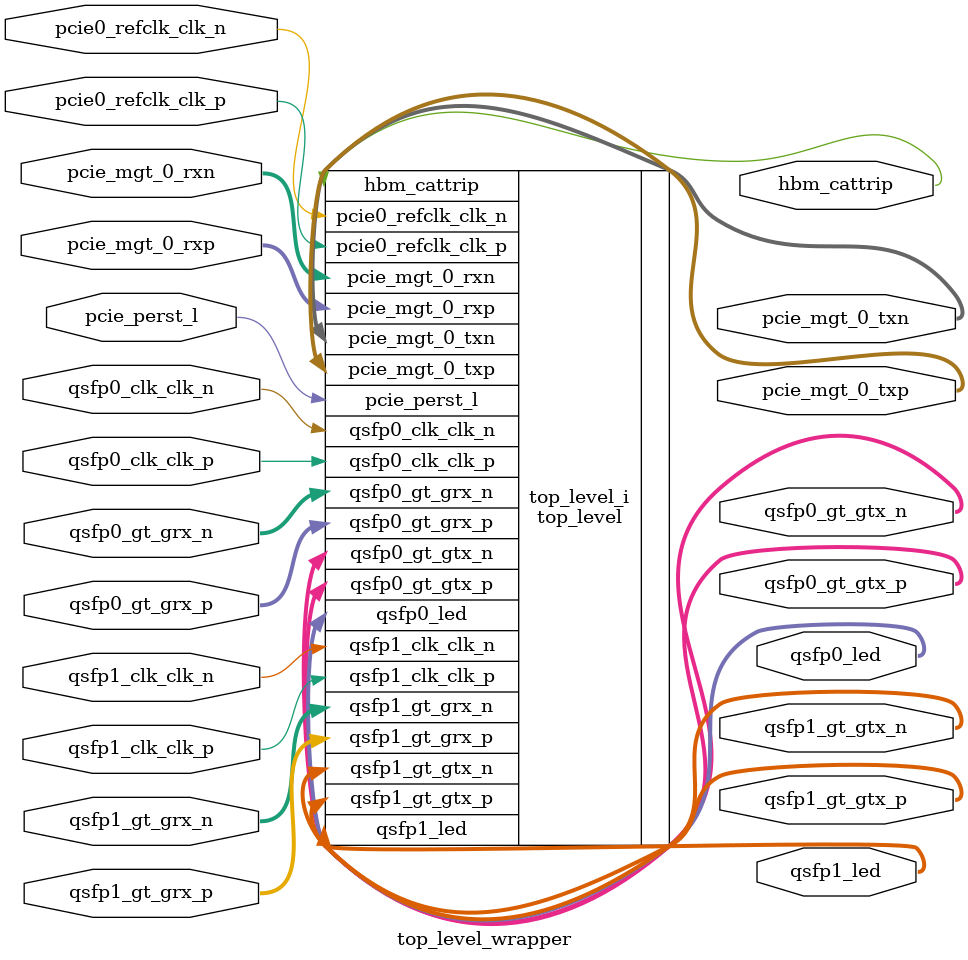
<source format=v>
`timescale 1 ps / 1 ps

module top_level_wrapper
   (hbm_cattrip,
    pcie0_refclk_clk_n,
    pcie0_refclk_clk_p,
    pcie_mgt_0_rxn,
    pcie_mgt_0_rxp,
    pcie_mgt_0_txn,
    pcie_mgt_0_txp,
    pcie_perst_l,
    qsfp0_clk_clk_n,
    qsfp0_clk_clk_p,
    qsfp0_gt_grx_n,
    qsfp0_gt_grx_p,
    qsfp0_gt_gtx_n,
    qsfp0_gt_gtx_p,
    qsfp0_led,
    qsfp1_clk_clk_n,
    qsfp1_clk_clk_p,
    qsfp1_gt_grx_n,
    qsfp1_gt_grx_p,
    qsfp1_gt_gtx_n,
    qsfp1_gt_gtx_p,
    qsfp1_led);
  output [0:0]hbm_cattrip;
  input [0:0]pcie0_refclk_clk_n;
  input [0:0]pcie0_refclk_clk_p;
  input [7:0]pcie_mgt_0_rxn;
  input [7:0]pcie_mgt_0_rxp;
  output [7:0]pcie_mgt_0_txn;
  output [7:0]pcie_mgt_0_txp;
  input pcie_perst_l;
  input qsfp0_clk_clk_n;
  input qsfp0_clk_clk_p;
  input [3:0]qsfp0_gt_grx_n;
  input [3:0]qsfp0_gt_grx_p;
  output [3:0]qsfp0_gt_gtx_n;
  output [3:0]qsfp0_gt_gtx_p;
  output [2:0]qsfp0_led;
  input qsfp1_clk_clk_n;
  input qsfp1_clk_clk_p;
  input [3:0]qsfp1_gt_grx_n;
  input [3:0]qsfp1_gt_grx_p;
  output [3:0]qsfp1_gt_gtx_n;
  output [3:0]qsfp1_gt_gtx_p;
  output [2:0]qsfp1_led;

  wire [0:0]hbm_cattrip;
  wire [0:0]pcie0_refclk_clk_n;
  wire [0:0]pcie0_refclk_clk_p;
  wire [7:0]pcie_mgt_0_rxn;
  wire [7:0]pcie_mgt_0_rxp;
  wire [7:0]pcie_mgt_0_txn;
  wire [7:0]pcie_mgt_0_txp;
  wire pcie_perst_l;
  wire qsfp0_clk_clk_n;
  wire qsfp0_clk_clk_p;
  wire [3:0]qsfp0_gt_grx_n;
  wire [3:0]qsfp0_gt_grx_p;
  wire [3:0]qsfp0_gt_gtx_n;
  wire [3:0]qsfp0_gt_gtx_p;
  wire [2:0]qsfp0_led;
  wire qsfp1_clk_clk_n;
  wire qsfp1_clk_clk_p;
  wire [3:0]qsfp1_gt_grx_n;
  wire [3:0]qsfp1_gt_grx_p;
  wire [3:0]qsfp1_gt_gtx_n;
  wire [3:0]qsfp1_gt_gtx_p;
  wire [2:0]qsfp1_led;

  top_level top_level_i
       (.hbm_cattrip(hbm_cattrip),
        .pcie0_refclk_clk_n(pcie0_refclk_clk_n),
        .pcie0_refclk_clk_p(pcie0_refclk_clk_p),
        .pcie_mgt_0_rxn(pcie_mgt_0_rxn),
        .pcie_mgt_0_rxp(pcie_mgt_0_rxp),
        .pcie_mgt_0_txn(pcie_mgt_0_txn),
        .pcie_mgt_0_txp(pcie_mgt_0_txp),
        .pcie_perst_l(pcie_perst_l),
        .qsfp0_clk_clk_n(qsfp0_clk_clk_n),
        .qsfp0_clk_clk_p(qsfp0_clk_clk_p),
        .qsfp0_gt_grx_n(qsfp0_gt_grx_n),
        .qsfp0_gt_grx_p(qsfp0_gt_grx_p),
        .qsfp0_gt_gtx_n(qsfp0_gt_gtx_n),
        .qsfp0_gt_gtx_p(qsfp0_gt_gtx_p),
        .qsfp0_led(qsfp0_led),
        .qsfp1_clk_clk_n(qsfp1_clk_clk_n),
        .qsfp1_clk_clk_p(qsfp1_clk_clk_p),
        .qsfp1_gt_grx_n(qsfp1_gt_grx_n),
        .qsfp1_gt_grx_p(qsfp1_gt_grx_p),
        .qsfp1_gt_gtx_n(qsfp1_gt_gtx_n),
        .qsfp1_gt_gtx_p(qsfp1_gt_gtx_p),
        .qsfp1_led(qsfp1_led));
endmodule

</source>
